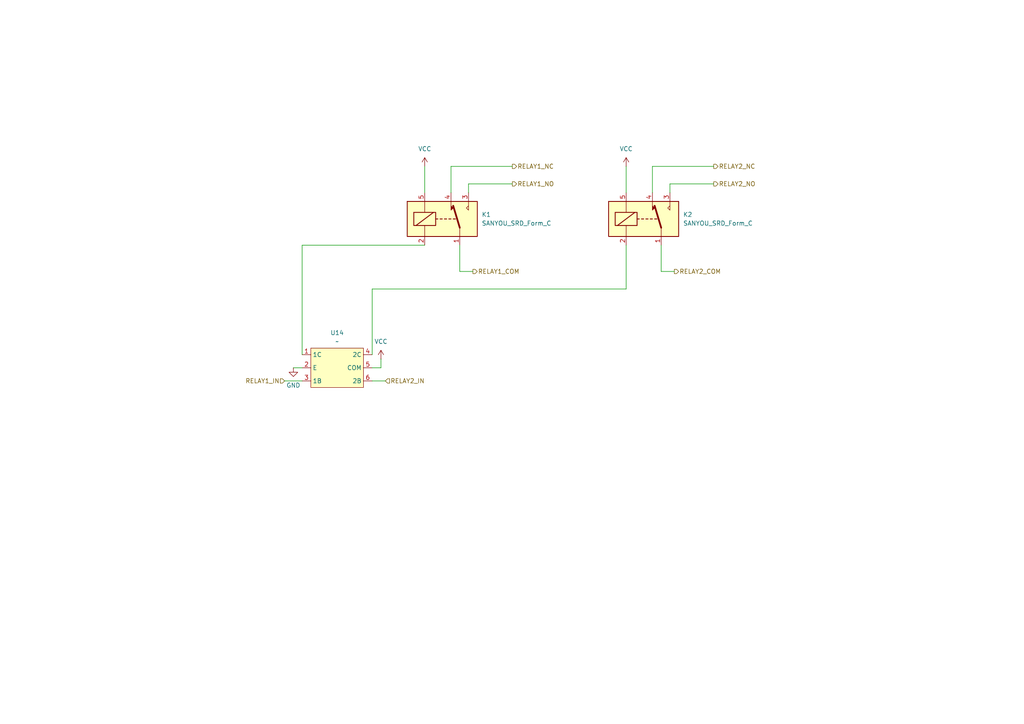
<source format=kicad_sch>
(kicad_sch (version 20250114) (generator "eeschema") (generator_version "9.0")
  (paper "A4")
  (lib_symbols
    (symbol "Proyecto_componente:LK1802"
      (property "Reference" "U" (at 0 -7.366 0))
      (symbol "LK1802_1_1"
        (rectangle (start -7.6199 5.715) (end 7.62 -5.715) (fill (type color) (color 255 255 194 1)))
        (pin input line (at -10.16 3.81 0) (length 2.54) (name "1C") (number "1"))
        (pin input line (at -10.16 0 0) (length 2.54) (name "E") (number "2"))
        (pin input line (at -10.16 -3.81 0) (length 2.54) (name "1B") (number "3"))
        (pin input line (at 10.16 3.81 180) (length 2.54) (name "2C") (number "4"))
        (pin input line (at 10.16 0 180) (length 2.54) (name "COM") (number "5"))
        (pin input line (at 10.16 -3.81 180) (length 2.54) (name "2B") (number "6"))
      )
    )
    (symbol "Relay:SANYOU_SRD_Form_C"
      (property "Reference" "K" (at 11.43 3.81 0))
      (property "Value" "SANYOU_SRD_Form_C" (at 11.43 1.27 0))
      (symbol "SANYOU_SRD_Form_C_0_0"
        (polyline (pts (xy 7.62 5.08) (xy 7.62 2.54) (xy 6.985 3.175) (xy 7.62 3.81)))
      )
      (symbol "SANYOU_SRD_Form_C_0_1"
        (rectangle (start -10.16 5.08) (end 10.16 -5.08) (stroke (width 0.254)) (fill (type background)))
        (rectangle (start -8.255 1.905) (end -1.905 -1.905) (stroke (width 0.254)))
        (polyline (pts (xy -7.62 -1.905) (xy -2.54 1.905)) (stroke (width 0.254)))
        (polyline (pts (xy -5.08 5.08) (xy -5.08 1.905)))
        (polyline (pts (xy -5.08 -5.08) (xy -5.08 -1.905)))
        (polyline (pts (xy -1.905 0) (xy -1.27 0)) (stroke (width 0.254)))
        (polyline (pts (xy -0.635 0) (xy 0 0)) (stroke (width 0.254)))
        (polyline (pts (xy 0.635 0) (xy 1.27 0)) (stroke (width 0.254)))
        (polyline (pts (xy 1.905 0) (xy 2.54 0)) (stroke (width 0.254)))
        (polyline (pts (xy 3.175 0) (xy 3.81 0)) (stroke (width 0.254)))
        (polyline (pts (xy 5.08 -2.54) (xy 3.175 3.81)) (stroke (width 0.508)))
        (polyline (pts (xy 5.08 -2.54) (xy 5.08 -5.08)))
      )
      (symbol "SANYOU_SRD_Form_C_1_1"
        (polyline (pts (xy 2.54 3.81) (xy 3.175 3.175) (xy 2.54 2.54) (xy 2.54 5.08)) (fill (type outline)))
        (pin passive line (at -5.08 7.62 270) (length 2.54) (name "~") (number "5"))
        (pin passive line (at -5.08 -7.62 90) (length 2.54) (name "~") (number "2"))
        (pin passive line (at 2.54 7.62 270) (length 2.54) (name "~") (number "4"))
        (pin passive line (at 5.08 -7.62 90) (length 2.54) (name "~") (number "1"))
        (pin passive line (at 7.62 7.62 270) (length 2.54) (name "~") (number "3"))
      )
    )
    (symbol "power:GND" (power) (pin_numbers (hide yes)) (pin_names (offset 0) (hide yes))
      (property "Value" "GND" (at 0 -3.81 0))
      (symbol "GND_0_1"
        (polyline (pts (xy 0 0) (xy 0 -1.27) (xy 1.27 -1.27) (xy 0 -2.54) (xy -1.27 -1.27) (xy 0 -1.27)))
      )
      (symbol "GND_1_1"
        (pin power_in line (at 0 0 270) (length 0) (name "~") (number "1"))
      )
    )
    (symbol "power:VCC" (power) (pin_numbers (hide yes)) (pin_names (offset 0) (hide yes))
      (property "Value" "VCC" (at 0 3.556 0))
      (symbol "VCC_0_1"
        (polyline (pts (xy -0.762 1.27) (xy 0 2.54)))
        (polyline (pts (xy 0 2.54) (xy 0.762 1.27)))
        (polyline (pts (xy 0 0) (xy 0 2.54)))
      )
      (symbol "VCC_1_1"
        (pin power_in line (at 0 0 90) (length 0) (name "~") (number "1"))
      )
    )
  )
  (wire (pts (xy 107.95 106.68) (xy 110.49 106.68)))
  (wire (pts (xy 189.23 48.26) (xy 207.01 48.26)))
  (wire (pts (xy 130.81 48.26) (xy 148.59 48.26)))
  (wire (pts (xy 85.09 106.68) (xy 87.63 106.68)))
  (wire (pts (xy 194.31 55.88) (xy 194.31 53.34)))
  (wire (pts (xy 181.61 83.82) (xy 181.61 71.12)))
  (wire (pts (xy 107.95 83.82) (xy 181.61 83.82)))
  (wire (pts (xy 87.63 102.87) (xy 87.63 71.12)))
  (wire (pts (xy 137.16 78.74) (xy 133.35 78.74)))
  (wire (pts (xy 87.63 71.12) (xy 123.19 71.12)))
  (wire (pts (xy 191.77 78.74) (xy 195.58 78.74)))
  (wire (pts (xy 194.31 53.34) (xy 207.01 53.34)))
  (wire (pts (xy 189.23 55.88) (xy 189.23 48.26)))
  (wire (pts (xy 133.35 78.74) (xy 133.35 71.12)))
  (wire (pts (xy 130.81 55.88) (xy 130.81 48.26)))
  (wire (pts (xy 135.89 55.88) (xy 135.89 53.34)))
  (wire (pts (xy 123.19 48.26) (xy 123.19 55.88)))
  (wire (pts (xy 110.49 106.68) (xy 110.49 104.14)))
  (wire (pts (xy 107.95 102.87) (xy 107.95 83.82)))
  (wire (pts (xy 191.77 71.12) (xy 191.77 78.74)))
  (wire (pts (xy 107.95 110.49) (xy 111.76 110.49)))
  (wire (pts (xy 181.61 48.26) (xy 181.61 55.88)))
  (wire (pts (xy 82.55 110.49) (xy 87.63 110.49)))
  (wire (pts (xy 135.89 53.34) (xy 148.59 53.34)))
  (hierarchical_label "RELAY2_NC" (shape output) (at 207.01 48.26 0))
  (hierarchical_label "RELAY1_IN" (shape input) (at 82.55 110.49 180))
  (hierarchical_label "RELAY1_NO" (shape output) (at 148.59 53.34 0))
  (hierarchical_label "RELAY2_IN" (shape input) (at 111.76 110.49 0))
  (hierarchical_label "RELAY1_COM" (shape output) (at 137.16 78.74 0))
  (hierarchical_label "RELAY2_COM" (shape output) (at 195.58 78.74 0))
  (hierarchical_label "RELAY1_NC" (shape output) (at 148.59 48.26 0))
  (hierarchical_label "RELAY2_NO" (shape output) (at 207.01 53.34 0))
  (symbol (lib_id "Proyecto_componente:LK1802") (at 97.79 106.68 0) (unit 1)
    (property "Reference" "U14" (at 97.79 96.52 0))
    (property "Value" "~" (at 97.79 99.06 0))
  )
  (symbol (lib_id "power:GND") (at 85.09 106.68 0) (unit 1)
    (property "Reference" "#PWR055" (effects (hide yes)))
    (property "Value" "GND" (at 85.09 111.76 0))
    (property "Description" "Power symbol creates a global label with name \"GND\" , ground" (effects (hide yes)))
  )
  (symbol (lib_id "power:VCC") (at 123.19 48.26 0) (unit 1)
    (property "Reference" "#PWR017" (effects (hide yes)))
    (property "Value" "VCC" (at 123.19 43.18 0))
    (property "Description" "Power symbol creates a global label with name \"VCC\"" (effects (hide yes)))
  )
  (symbol (lib_id "Relay:SANYOU_SRD_Form_C") (at 186.69 63.5 0) (unit 1)
    (property "Reference" "K2" (at 198.12 62.2299 0) (effects (justify left)))
    (property "Value" "SANYOU_SRD_Form_C" (at 198.12 64.7699 0) (effects (justify left)))
    (property "Footprint" "Relay_THT:Relay_SPDT_SANYOU_SRD_Series_Form_C" (effects (hide yes)))
    (property "Datasheet" "http://www.sanyourelay.ca/public/products/pdf/SRD.pdf" (effects (hide yes)))
    (property "Description" "Sanyo SRD relay, Single Pole Miniature Power Relay," (effects (hide yes)))
  )
  (symbol (lib_id "Relay:SANYOU_SRD_Form_C") (at 128.27 63.5 0) (unit 1)
    (property "Reference" "K1" (at 139.7 62.2299 0) (effects (justify left)))
    (property "Value" "SANYOU_SRD_Form_C" (at 139.7 64.7699 0) (effects (justify left)))
    (property "Footprint" "Relay_THT:Relay_SPDT_SANYOU_SRD_Series_Form_C" (effects (hide yes)))
    (property "Datasheet" "http://www.sanyourelay.ca/public/products/pdf/SRD.pdf" (effects (hide yes)))
    (property "Description" "Sanyo SRD relay, Single Pole Miniature Power Relay," (effects (hide yes)))
  )
  (symbol (lib_id "power:VCC") (at 110.49 104.14 0) (unit 1)
    (property "Reference" "#PWR054" (effects (hide yes)))
    (property "Value" "VCC" (at 110.49 99.06 0))
    (property "Description" "Power symbol creates a global label with name \"VCC\"" (effects (hide yes)))
  )
  (symbol (lib_id "power:VCC") (at 181.61 48.26 0) (unit 1)
    (property "Reference" "#PWR018" (effects (hide yes)))
    (property "Value" "VCC" (at 181.61 43.18 0))
    (property "Description" "Power symbol creates a global label with name \"VCC\"" (effects (hide yes)))
  )
)
</source>
